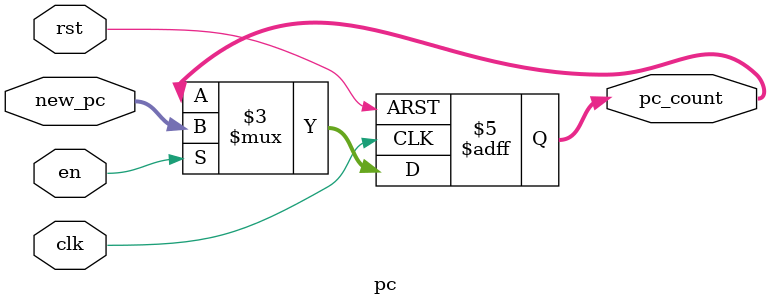
<source format=sv>
module pc #(parameter N=16)
(
	input logic clk,
	input logic rst,
	input logic en,
	input logic [N-1:0] new_pc,
	output logic [N-1:0] pc_count
);

		always_ff @ (negedge clk or posedge rst)
			if(rst) pc_count = 16'd0;
			else
				if(en) pc_count = new_pc;

endmodule 
</source>
